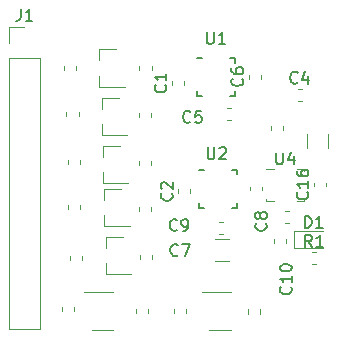
<source format=gbr>
%TF.GenerationSoftware,KiCad,Pcbnew,(5.99.0-3293-g62433736b)*%
%TF.CreationDate,2020-09-21T11:29:42+07:00*%
%TF.ProjectId,IMU_board,494d555f-626f-4617-9264-2e6b69636164,rev?*%
%TF.SameCoordinates,Original*%
%TF.FileFunction,Legend,Top*%
%TF.FilePolarity,Positive*%
%FSLAX46Y46*%
G04 Gerber Fmt 4.6, Leading zero omitted, Abs format (unit mm)*
G04 Created by KiCad (PCBNEW (5.99.0-3293-g62433736b)) date 2020-09-21 11:29:42*
%MOMM*%
%LPD*%
G01*
G04 APERTURE LIST*
%ADD10C,0.150000*%
%ADD11C,0.120000*%
G04 APERTURE END LIST*
D10*
%TO.C,R1*%
X149383333Y-104222380D02*
X149050000Y-103746190D01*
X148811904Y-104222380D02*
X148811904Y-103222380D01*
X149192857Y-103222380D01*
X149288095Y-103270000D01*
X149335714Y-103317619D01*
X149383333Y-103412857D01*
X149383333Y-103555714D01*
X149335714Y-103650952D01*
X149288095Y-103698571D01*
X149192857Y-103746190D01*
X148811904Y-103746190D01*
X150335714Y-104222380D02*
X149764285Y-104222380D01*
X150050000Y-104222380D02*
X150050000Y-103222380D01*
X149954761Y-103365238D01*
X149859523Y-103460476D01*
X149764285Y-103508095D01*
%TO.C,D1*%
X148786904Y-102622380D02*
X148786904Y-101622380D01*
X149025000Y-101622380D01*
X149167857Y-101670000D01*
X149263095Y-101765238D01*
X149310714Y-101860476D01*
X149358333Y-102050952D01*
X149358333Y-102193809D01*
X149310714Y-102384285D01*
X149263095Y-102479523D01*
X149167857Y-102574761D01*
X149025000Y-102622380D01*
X148786904Y-102622380D01*
X150310714Y-102622380D02*
X149739285Y-102622380D01*
X150025000Y-102622380D02*
X150025000Y-101622380D01*
X149929761Y-101765238D01*
X149834523Y-101860476D01*
X149739285Y-101908095D01*
%TO.C,C5*%
X139108333Y-93619642D02*
X139060714Y-93667261D01*
X138917857Y-93714880D01*
X138822619Y-93714880D01*
X138679761Y-93667261D01*
X138584523Y-93572023D01*
X138536904Y-93476785D01*
X138489285Y-93286309D01*
X138489285Y-93143452D01*
X138536904Y-92952976D01*
X138584523Y-92857738D01*
X138679761Y-92762500D01*
X138822619Y-92714880D01*
X138917857Y-92714880D01*
X139060714Y-92762500D01*
X139108333Y-92810119D01*
X140013095Y-92714880D02*
X139536904Y-92714880D01*
X139489285Y-93191071D01*
X139536904Y-93143452D01*
X139632142Y-93095833D01*
X139870238Y-93095833D01*
X139965476Y-93143452D01*
X140013095Y-93191071D01*
X140060714Y-93286309D01*
X140060714Y-93524404D01*
X140013095Y-93619642D01*
X139965476Y-93667261D01*
X139870238Y-93714880D01*
X139632142Y-93714880D01*
X139536904Y-93667261D01*
X139489285Y-93619642D01*
%TO.C,C8*%
X145482142Y-102229166D02*
X145529761Y-102276785D01*
X145577380Y-102419642D01*
X145577380Y-102514880D01*
X145529761Y-102657738D01*
X145434523Y-102752976D01*
X145339285Y-102800595D01*
X145148809Y-102848214D01*
X145005952Y-102848214D01*
X144815476Y-102800595D01*
X144720238Y-102752976D01*
X144625000Y-102657738D01*
X144577380Y-102514880D01*
X144577380Y-102419642D01*
X144625000Y-102276785D01*
X144672619Y-102229166D01*
X145005952Y-101657738D02*
X144958333Y-101752976D01*
X144910714Y-101800595D01*
X144815476Y-101848214D01*
X144767857Y-101848214D01*
X144672619Y-101800595D01*
X144625000Y-101752976D01*
X144577380Y-101657738D01*
X144577380Y-101467261D01*
X144625000Y-101372023D01*
X144672619Y-101324404D01*
X144767857Y-101276785D01*
X144815476Y-101276785D01*
X144910714Y-101324404D01*
X144958333Y-101372023D01*
X145005952Y-101467261D01*
X145005952Y-101657738D01*
X145053571Y-101752976D01*
X145101190Y-101800595D01*
X145196428Y-101848214D01*
X145386904Y-101848214D01*
X145482142Y-101800595D01*
X145529761Y-101752976D01*
X145577380Y-101657738D01*
X145577380Y-101467261D01*
X145529761Y-101372023D01*
X145482142Y-101324404D01*
X145386904Y-101276785D01*
X145196428Y-101276785D01*
X145101190Y-101324404D01*
X145053571Y-101372023D01*
X145005952Y-101467261D01*
%TO.C,C10*%
X147582142Y-107617857D02*
X147629761Y-107665476D01*
X147677380Y-107808333D01*
X147677380Y-107903571D01*
X147629761Y-108046428D01*
X147534523Y-108141666D01*
X147439285Y-108189285D01*
X147248809Y-108236904D01*
X147105952Y-108236904D01*
X146915476Y-108189285D01*
X146820238Y-108141666D01*
X146725000Y-108046428D01*
X146677380Y-107903571D01*
X146677380Y-107808333D01*
X146725000Y-107665476D01*
X146772619Y-107617857D01*
X147677380Y-106665476D02*
X147677380Y-107236904D01*
X147677380Y-106951190D02*
X146677380Y-106951190D01*
X146820238Y-107046428D01*
X146915476Y-107141666D01*
X146963095Y-107236904D01*
X146677380Y-106046428D02*
X146677380Y-105951190D01*
X146725000Y-105855952D01*
X146772619Y-105808333D01*
X146867857Y-105760714D01*
X147058333Y-105713095D01*
X147296428Y-105713095D01*
X147486904Y-105760714D01*
X147582142Y-105808333D01*
X147629761Y-105855952D01*
X147677380Y-105951190D01*
X147677380Y-106046428D01*
X147629761Y-106141666D01*
X147582142Y-106189285D01*
X147486904Y-106236904D01*
X147296428Y-106284523D01*
X147058333Y-106284523D01*
X146867857Y-106236904D01*
X146772619Y-106189285D01*
X146725000Y-106141666D01*
X146677380Y-106046428D01*
%TO.C,C16*%
X149002142Y-99592857D02*
X149049761Y-99640476D01*
X149097380Y-99783333D01*
X149097380Y-99878571D01*
X149049761Y-100021428D01*
X148954523Y-100116666D01*
X148859285Y-100164285D01*
X148668809Y-100211904D01*
X148525952Y-100211904D01*
X148335476Y-100164285D01*
X148240238Y-100116666D01*
X148145000Y-100021428D01*
X148097380Y-99878571D01*
X148097380Y-99783333D01*
X148145000Y-99640476D01*
X148192619Y-99592857D01*
X149097380Y-98640476D02*
X149097380Y-99211904D01*
X149097380Y-98926190D02*
X148097380Y-98926190D01*
X148240238Y-99021428D01*
X148335476Y-99116666D01*
X148383095Y-99211904D01*
X148097380Y-97783333D02*
X148097380Y-97973809D01*
X148145000Y-98069047D01*
X148192619Y-98116666D01*
X148335476Y-98211904D01*
X148525952Y-98259523D01*
X148906904Y-98259523D01*
X149002142Y-98211904D01*
X149049761Y-98164285D01*
X149097380Y-98069047D01*
X149097380Y-97878571D01*
X149049761Y-97783333D01*
X149002142Y-97735714D01*
X148906904Y-97688095D01*
X148668809Y-97688095D01*
X148573571Y-97735714D01*
X148525952Y-97783333D01*
X148478333Y-97878571D01*
X148478333Y-98069047D01*
X148525952Y-98164285D01*
X148573571Y-98211904D01*
X148668809Y-98259523D01*
%TO.C,U1*%
X140488095Y-86039880D02*
X140488095Y-86849404D01*
X140535714Y-86944642D01*
X140583333Y-86992261D01*
X140678571Y-87039880D01*
X140869047Y-87039880D01*
X140964285Y-86992261D01*
X141011904Y-86944642D01*
X141059523Y-86849404D01*
X141059523Y-86039880D01*
X142059523Y-87039880D02*
X141488095Y-87039880D01*
X141773809Y-87039880D02*
X141773809Y-86039880D01*
X141678571Y-86182738D01*
X141583333Y-86277976D01*
X141488095Y-86325595D01*
%TO.C,U2*%
X140563095Y-95802380D02*
X140563095Y-96611904D01*
X140610714Y-96707142D01*
X140658333Y-96754761D01*
X140753571Y-96802380D01*
X140944047Y-96802380D01*
X141039285Y-96754761D01*
X141086904Y-96707142D01*
X141134523Y-96611904D01*
X141134523Y-95802380D01*
X141563095Y-95897619D02*
X141610714Y-95850000D01*
X141705952Y-95802380D01*
X141944047Y-95802380D01*
X142039285Y-95850000D01*
X142086904Y-95897619D01*
X142134523Y-95992857D01*
X142134523Y-96088095D01*
X142086904Y-96230952D01*
X141515476Y-96802380D01*
X142134523Y-96802380D01*
%TO.C,C7*%
X138033333Y-104919642D02*
X137985714Y-104967261D01*
X137842857Y-105014880D01*
X137747619Y-105014880D01*
X137604761Y-104967261D01*
X137509523Y-104872023D01*
X137461904Y-104776785D01*
X137414285Y-104586309D01*
X137414285Y-104443452D01*
X137461904Y-104252976D01*
X137509523Y-104157738D01*
X137604761Y-104062500D01*
X137747619Y-104014880D01*
X137842857Y-104014880D01*
X137985714Y-104062500D01*
X138033333Y-104110119D01*
X138366666Y-104014880D02*
X139033333Y-104014880D01*
X138604761Y-105014880D01*
%TO.C,U4*%
X146363095Y-96239880D02*
X146363095Y-97049404D01*
X146410714Y-97144642D01*
X146458333Y-97192261D01*
X146553571Y-97239880D01*
X146744047Y-97239880D01*
X146839285Y-97192261D01*
X146886904Y-97144642D01*
X146934523Y-97049404D01*
X146934523Y-96239880D01*
X147839285Y-96573214D02*
X147839285Y-97239880D01*
X147601190Y-96192261D02*
X147363095Y-96906547D01*
X147982142Y-96906547D01*
%TO.C,J1*%
X124716666Y-84082380D02*
X124716666Y-84796666D01*
X124669047Y-84939523D01*
X124573809Y-85034761D01*
X124430952Y-85082380D01*
X124335714Y-85082380D01*
X125716666Y-85082380D02*
X125145238Y-85082380D01*
X125430952Y-85082380D02*
X125430952Y-84082380D01*
X125335714Y-84225238D01*
X125240476Y-84320476D01*
X125145238Y-84368095D01*
%TO.C,C9*%
X137958333Y-102794642D02*
X137910714Y-102842261D01*
X137767857Y-102889880D01*
X137672619Y-102889880D01*
X137529761Y-102842261D01*
X137434523Y-102747023D01*
X137386904Y-102651785D01*
X137339285Y-102461309D01*
X137339285Y-102318452D01*
X137386904Y-102127976D01*
X137434523Y-102032738D01*
X137529761Y-101937500D01*
X137672619Y-101889880D01*
X137767857Y-101889880D01*
X137910714Y-101937500D01*
X137958333Y-101985119D01*
X138434523Y-102889880D02*
X138625000Y-102889880D01*
X138720238Y-102842261D01*
X138767857Y-102794642D01*
X138863095Y-102651785D01*
X138910714Y-102461309D01*
X138910714Y-102080357D01*
X138863095Y-101985119D01*
X138815476Y-101937500D01*
X138720238Y-101889880D01*
X138529761Y-101889880D01*
X138434523Y-101937500D01*
X138386904Y-101985119D01*
X138339285Y-102080357D01*
X138339285Y-102318452D01*
X138386904Y-102413690D01*
X138434523Y-102461309D01*
X138529761Y-102508928D01*
X138720238Y-102508928D01*
X138815476Y-102461309D01*
X138863095Y-102413690D01*
X138910714Y-102318452D01*
%TO.C,C6*%
X143477142Y-89979166D02*
X143524761Y-90026785D01*
X143572380Y-90169642D01*
X143572380Y-90264880D01*
X143524761Y-90407738D01*
X143429523Y-90502976D01*
X143334285Y-90550595D01*
X143143809Y-90598214D01*
X143000952Y-90598214D01*
X142810476Y-90550595D01*
X142715238Y-90502976D01*
X142620000Y-90407738D01*
X142572380Y-90264880D01*
X142572380Y-90169642D01*
X142620000Y-90026785D01*
X142667619Y-89979166D01*
X142572380Y-89122023D02*
X142572380Y-89312500D01*
X142620000Y-89407738D01*
X142667619Y-89455357D01*
X142810476Y-89550595D01*
X143000952Y-89598214D01*
X143381904Y-89598214D01*
X143477142Y-89550595D01*
X143524761Y-89502976D01*
X143572380Y-89407738D01*
X143572380Y-89217261D01*
X143524761Y-89122023D01*
X143477142Y-89074404D01*
X143381904Y-89026785D01*
X143143809Y-89026785D01*
X143048571Y-89074404D01*
X143000952Y-89122023D01*
X142953333Y-89217261D01*
X142953333Y-89407738D01*
X143000952Y-89502976D01*
X143048571Y-89550595D01*
X143143809Y-89598214D01*
%TO.C,C2*%
X137502142Y-99691666D02*
X137549761Y-99739285D01*
X137597380Y-99882142D01*
X137597380Y-99977380D01*
X137549761Y-100120238D01*
X137454523Y-100215476D01*
X137359285Y-100263095D01*
X137168809Y-100310714D01*
X137025952Y-100310714D01*
X136835476Y-100263095D01*
X136740238Y-100215476D01*
X136645000Y-100120238D01*
X136597380Y-99977380D01*
X136597380Y-99882142D01*
X136645000Y-99739285D01*
X136692619Y-99691666D01*
X136692619Y-99310714D02*
X136645000Y-99263095D01*
X136597380Y-99167857D01*
X136597380Y-98929761D01*
X136645000Y-98834523D01*
X136692619Y-98786904D01*
X136787857Y-98739285D01*
X136883095Y-98739285D01*
X137025952Y-98786904D01*
X137597380Y-99358333D01*
X137597380Y-98739285D01*
%TO.C,C1*%
X136977142Y-90504166D02*
X137024761Y-90551785D01*
X137072380Y-90694642D01*
X137072380Y-90789880D01*
X137024761Y-90932738D01*
X136929523Y-91027976D01*
X136834285Y-91075595D01*
X136643809Y-91123214D01*
X136500952Y-91123214D01*
X136310476Y-91075595D01*
X136215238Y-91027976D01*
X136120000Y-90932738D01*
X136072380Y-90789880D01*
X136072380Y-90694642D01*
X136120000Y-90551785D01*
X136167619Y-90504166D01*
X137072380Y-89551785D02*
X137072380Y-90123214D01*
X137072380Y-89837500D02*
X136072380Y-89837500D01*
X136215238Y-89932738D01*
X136310476Y-90027976D01*
X136358095Y-90123214D01*
%TO.C,C4*%
X148183333Y-90302142D02*
X148135714Y-90349761D01*
X147992857Y-90397380D01*
X147897619Y-90397380D01*
X147754761Y-90349761D01*
X147659523Y-90254523D01*
X147611904Y-90159285D01*
X147564285Y-89968809D01*
X147564285Y-89825952D01*
X147611904Y-89635476D01*
X147659523Y-89540238D01*
X147754761Y-89445000D01*
X147897619Y-89397380D01*
X147992857Y-89397380D01*
X148135714Y-89445000D01*
X148183333Y-89492619D01*
X149040476Y-89730714D02*
X149040476Y-90397380D01*
X148802380Y-89349761D02*
X148564285Y-90064047D01*
X149183333Y-90064047D01*
D11*
%TO.C,C15*%
X134465000Y-109478733D02*
X134465000Y-109821267D01*
X135485000Y-109478733D02*
X135485000Y-109821267D01*
%TO.C,Q4*%
X131692500Y-95677500D02*
X131692500Y-96607500D01*
X131692500Y-98837500D02*
X133852500Y-98837500D01*
X131692500Y-98837500D02*
X131692500Y-97907500D01*
X131692500Y-95677500D02*
X133152500Y-95677500D01*
%TO.C,U7*%
X140700000Y-111260000D02*
X142500000Y-111260000D01*
X142500000Y-108040000D02*
X140050000Y-108040000D01*
%TO.C,R1*%
X149378733Y-105710000D02*
X149721267Y-105710000D01*
X149378733Y-104690000D02*
X149721267Y-104690000D01*
%TO.C,C14*%
X147137221Y-102185000D02*
X147462779Y-102185000D01*
X147137221Y-101165000D02*
X147462779Y-101165000D01*
%TO.C,R9*%
X128717500Y-96911233D02*
X128717500Y-97253767D01*
X129737500Y-96911233D02*
X129737500Y-97253767D01*
%TO.C,D1*%
X150325000Y-102865000D02*
X147865000Y-102865000D01*
X147865000Y-104335000D02*
X150325000Y-104335000D01*
X147865000Y-102865000D02*
X147865000Y-104335000D01*
%TO.C,R7*%
X134717500Y-97328767D02*
X134717500Y-96986233D01*
X135737500Y-97328767D02*
X135737500Y-96986233D01*
%TO.C,C17*%
X148965000Y-95852064D02*
X148965000Y-94647936D01*
X150785000Y-95852064D02*
X150785000Y-94647936D01*
%TO.C,C5*%
X142212221Y-93472500D02*
X142537779Y-93472500D01*
X142212221Y-92452500D02*
X142537779Y-92452500D01*
%TO.C,C8*%
X145185000Y-99450279D02*
X145185000Y-99124721D01*
X144165000Y-99450279D02*
X144165000Y-99124721D01*
%TO.C,Q7*%
X131365000Y-87500000D02*
X132825000Y-87500000D01*
X131365000Y-90660000D02*
X131365000Y-89730000D01*
X131365000Y-90660000D02*
X133525000Y-90660000D01*
X131365000Y-87500000D02*
X131365000Y-88430000D01*
%TO.C,C12*%
X145010000Y-109871267D02*
X145010000Y-109528733D01*
X143990000Y-109871267D02*
X143990000Y-109528733D01*
%TO.C,C11*%
X138760000Y-109796267D02*
X138760000Y-109453733D01*
X137740000Y-109796267D02*
X137740000Y-109453733D01*
%TO.C,C10*%
X147235000Y-103896267D02*
X147235000Y-103553733D01*
X146215000Y-103896267D02*
X146215000Y-103553733D01*
%TO.C,C16*%
X150585000Y-99112779D02*
X150585000Y-98787221D01*
X149565000Y-99112779D02*
X149565000Y-98787221D01*
D10*
%TO.C,U1*%
X139650000Y-91437500D02*
X140050000Y-91437500D01*
X142850000Y-88237500D02*
X142450000Y-88237500D01*
X139650000Y-91437500D02*
X139650000Y-91037500D01*
X139650000Y-88237500D02*
X140050000Y-88237500D01*
X142850000Y-88237500D02*
X142850000Y-88637500D01*
X142850000Y-91437500D02*
X142850000Y-91037500D01*
X142850000Y-91437500D02*
X142450000Y-91437500D01*
D11*
%TO.C,C3*%
X146935000Y-94346267D02*
X146935000Y-94003733D01*
X145915000Y-94346267D02*
X145915000Y-94003733D01*
%TO.C,Q5*%
X131918799Y-103393799D02*
X133378799Y-103393799D01*
X131918799Y-106553799D02*
X134078799Y-106553799D01*
X131918799Y-106553799D02*
X131918799Y-105623799D01*
X131918799Y-103393799D02*
X131918799Y-104323799D01*
%TO.C,R13*%
X135810000Y-89251267D02*
X135810000Y-88908733D01*
X134790000Y-89251267D02*
X134790000Y-88908733D01*
%TO.C,U3*%
X132575000Y-108065000D02*
X130125000Y-108065000D01*
X130775000Y-111285000D02*
X132575000Y-111285000D01*
D10*
%TO.C,U2*%
X143025000Y-100900000D02*
X142625000Y-100900000D01*
X143025000Y-97700000D02*
X142625000Y-97700000D01*
X139825000Y-100900000D02*
X140225000Y-100900000D01*
X139825000Y-97700000D02*
X140225000Y-97700000D01*
X139825000Y-100900000D02*
X139825000Y-100500000D01*
X143025000Y-100900000D02*
X143025000Y-100500000D01*
X143025000Y-97700000D02*
X143025000Y-98100000D01*
D11*
%TO.C,C7*%
X141172936Y-103577500D02*
X142377064Y-103577500D01*
X141172936Y-105397500D02*
X142377064Y-105397500D01*
%TO.C,U4*%
X148085000Y-100347500D02*
X148735000Y-100347500D01*
X146165000Y-100347500D02*
X145515000Y-100347500D01*
X148735000Y-97627500D02*
X148735000Y-97777500D01*
X148735000Y-100347500D02*
X148735000Y-100197500D01*
X145515000Y-100347500D02*
X145515000Y-100197500D01*
X148085000Y-97627500D02*
X148735000Y-97627500D01*
X146165000Y-97627500D02*
X145515000Y-97627500D01*
%TO.C,R6*%
X129630000Y-93146267D02*
X129630000Y-92803733D01*
X128610000Y-93146267D02*
X128610000Y-92803733D01*
%TO.C,J1*%
X123720000Y-88230000D02*
X126380000Y-88230000D01*
X123720000Y-86960000D02*
X123720000Y-85630000D01*
X123720000Y-85630000D02*
X125050000Y-85630000D01*
X123720000Y-88230000D02*
X123720000Y-111150000D01*
X123720000Y-111150000D02*
X126380000Y-111150000D01*
X126380000Y-88230000D02*
X126380000Y-111150000D01*
%TO.C,Q6*%
X131802889Y-99307111D02*
X131802889Y-100237111D01*
X131802889Y-102467111D02*
X133962889Y-102467111D01*
X131802889Y-102467111D02*
X131802889Y-101537111D01*
X131802889Y-99307111D02*
X133262889Y-99307111D01*
%TO.C,C9*%
X141524721Y-103122500D02*
X141850279Y-103122500D01*
X141524721Y-102102500D02*
X141850279Y-102102500D01*
%TO.C,Q3*%
X131610000Y-94780000D02*
X131610000Y-93850000D01*
X131610000Y-94780000D02*
X133770000Y-94780000D01*
X131610000Y-91620000D02*
X133070000Y-91620000D01*
X131610000Y-91620000D02*
X131610000Y-92550000D01*
%TO.C,C6*%
X144040000Y-89983767D02*
X144040000Y-89641233D01*
X145060000Y-89983767D02*
X145060000Y-89641233D01*
%TO.C,R12*%
X129747889Y-100715844D02*
X129747889Y-101058378D01*
X128727889Y-100715844D02*
X128727889Y-101058378D01*
%TO.C,R4*%
X134785000Y-93196267D02*
X134785000Y-92853733D01*
X135805000Y-93196267D02*
X135805000Y-92853733D01*
%TO.C,C2*%
X138065000Y-99687779D02*
X138065000Y-99362221D01*
X139085000Y-99687779D02*
X139085000Y-99362221D01*
%TO.C,R11*%
X134777889Y-101158378D02*
X134777889Y-100815844D01*
X135797889Y-101158378D02*
X135797889Y-100815844D01*
%TO.C,R14*%
X128415000Y-89251267D02*
X128415000Y-88908733D01*
X129435000Y-89251267D02*
X129435000Y-88908733D01*
%TO.C,C13*%
X129285000Y-109353733D02*
X129285000Y-109696267D01*
X128265000Y-109353733D02*
X128265000Y-109696267D01*
%TO.C,C1*%
X137540000Y-90500279D02*
X137540000Y-90174721D01*
X138560000Y-90500279D02*
X138560000Y-90174721D01*
%TO.C,C4*%
X148178733Y-91885000D02*
X148521267Y-91885000D01*
X148178733Y-90865000D02*
X148521267Y-90865000D01*
%TO.C,R10*%
X129938799Y-104977532D02*
X129938799Y-105320066D01*
X128918799Y-104977532D02*
X128918799Y-105320066D01*
%TO.C,R8*%
X135863799Y-105220066D02*
X135863799Y-104877532D01*
X134843799Y-105220066D02*
X134843799Y-104877532D01*
%TD*%
M02*

</source>
